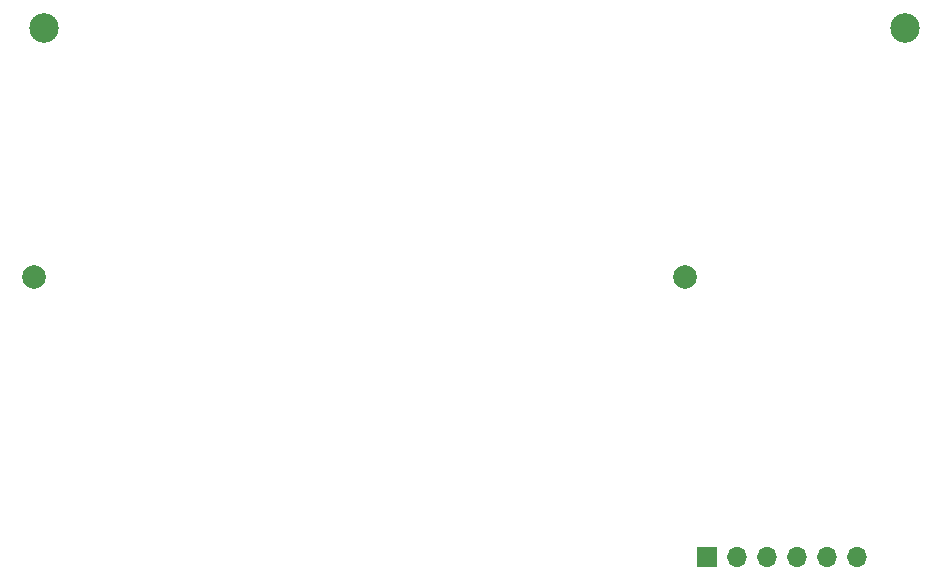
<source format=gbs>
%TF.GenerationSoftware,KiCad,Pcbnew,9.0.0*%
%TF.CreationDate,2025-03-15T23:12:27-07:00*%
%TF.ProjectId,Joule-Thief_R6,4a6f756c-652d-4546-9869-65665f52362e,5*%
%TF.SameCoordinates,Original*%
%TF.FileFunction,Soldermask,Bot*%
%TF.FilePolarity,Negative*%
%FSLAX46Y46*%
G04 Gerber Fmt 4.6, Leading zero omitted, Abs format (unit mm)*
G04 Created by KiCad (PCBNEW 9.0.0) date 2025-03-15 23:12:27*
%MOMM*%
%LPD*%
G01*
G04 APERTURE LIST*
%ADD10C,2.500000*%
%ADD11C,2.000000*%
%ADD12R,1.700000X1.700000*%
%ADD13O,1.700000X1.700000*%
G04 APERTURE END LIST*
D10*
%TO.C,BT1*%
X136300000Y-42400000D03*
X63400000Y-42400000D03*
%TD*%
D11*
%TO.C,BATT_1*%
X117660000Y-63500000D03*
X62600000Y-63500000D03*
%TD*%
D12*
%TO.C,J2*%
X119585000Y-87175000D03*
D13*
X122125000Y-87175000D03*
X124665000Y-87175000D03*
X127205000Y-87175000D03*
X129745000Y-87175000D03*
X132285000Y-87175000D03*
%TD*%
M02*

</source>
